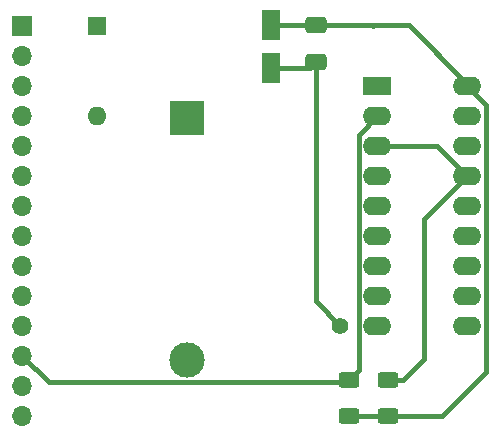
<source format=gbr>
%TF.GenerationSoftware,KiCad,Pcbnew,7.0.1*%
%TF.CreationDate,2023-12-31T16:00:12+01:00*%
%TF.ProjectId,ami_rtc,616d695f-7274-4632-9e6b-696361645f70,rev?*%
%TF.SameCoordinates,PX5125ed0PY5544200*%
%TF.FileFunction,Copper,L1,Top*%
%TF.FilePolarity,Positive*%
%FSLAX46Y46*%
G04 Gerber Fmt 4.6, Leading zero omitted, Abs format (unit mm)*
G04 Created by KiCad (PCBNEW 7.0.1) date 2023-12-31 16:00:12*
%MOMM*%
%LPD*%
G01*
G04 APERTURE LIST*
G04 Aperture macros list*
%AMRoundRect*
0 Rectangle with rounded corners*
0 $1 Rounding radius*
0 $2 $3 $4 $5 $6 $7 $8 $9 X,Y pos of 4 corners*
0 Add a 4 corners polygon primitive as box body*
4,1,4,$2,$3,$4,$5,$6,$7,$8,$9,$2,$3,0*
0 Add four circle primitives for the rounded corners*
1,1,$1+$1,$2,$3*
1,1,$1+$1,$4,$5*
1,1,$1+$1,$6,$7*
1,1,$1+$1,$8,$9*
0 Add four rect primitives between the rounded corners*
20,1,$1+$1,$2,$3,$4,$5,0*
20,1,$1+$1,$4,$5,$6,$7,0*
20,1,$1+$1,$6,$7,$8,$9,0*
20,1,$1+$1,$8,$9,$2,$3,0*%
G04 Aperture macros list end*
%TA.AperFunction,ComponentPad*%
%ADD10C,3.000000*%
%TD*%
%TA.AperFunction,ComponentPad*%
%ADD11R,3.000000X3.000000*%
%TD*%
%TA.AperFunction,ComponentPad*%
%ADD12R,2.400000X1.600000*%
%TD*%
%TA.AperFunction,ComponentPad*%
%ADD13O,2.400000X1.600000*%
%TD*%
%TA.AperFunction,SMDPad,CuDef*%
%ADD14RoundRect,0.250000X0.625000X-0.400000X0.625000X0.400000X-0.625000X0.400000X-0.625000X-0.400000X0*%
%TD*%
%TA.AperFunction,ComponentPad*%
%ADD15O,1.700000X1.700000*%
%TD*%
%TA.AperFunction,ComponentPad*%
%ADD16R,1.700000X1.700000*%
%TD*%
%TA.AperFunction,ComponentPad*%
%ADD17R,1.600000X1.600000*%
%TD*%
%TA.AperFunction,ComponentPad*%
%ADD18O,1.600000X1.600000*%
%TD*%
%TA.AperFunction,SMDPad,CuDef*%
%ADD19RoundRect,0.250000X-0.550000X1.050000X-0.550000X-1.050000X0.550000X-1.050000X0.550000X1.050000X0*%
%TD*%
%TA.AperFunction,SMDPad,CuDef*%
%ADD20RoundRect,0.250000X-0.650000X0.412500X-0.650000X-0.412500X0.650000X-0.412500X0.650000X0.412500X0*%
%TD*%
%TA.AperFunction,ViaPad*%
%ADD21C,1.400000*%
%TD*%
%TA.AperFunction,Conductor*%
%ADD22C,0.400000*%
%TD*%
G04 APERTURE END LIST*
D10*
%TO.P,BT1,2,-*%
%TO.N,GND*%
X16764001Y8524000D03*
D11*
%TO.P,BT1,1,+*%
%TO.N,Net-(BT1-+)*%
X16764001Y29014000D03*
%TD*%
D12*
%TO.P,U1,1,STD.P*%
%TO.N,unconnected-(U1-STD.P-Pad1)*%
X32890500Y31740000D03*
D13*
%TO.P,U1,2,CS0*%
%TO.N,_XCLKCS*%
X32890500Y29200000D03*
%TO.P,U1,3,ALE*%
%TO.N,Net-(U1-ALE)*%
X32890500Y26660000D03*
%TO.P,U1,4,A0*%
%TO.N,XA2*%
X32890500Y24120000D03*
%TO.P,U1,5,A1*%
%TO.N,XA3*%
X32890500Y21580000D03*
%TO.P,U1,6,A2*%
%TO.N,XA4*%
X32890500Y19040000D03*
%TO.P,U1,7,A3*%
%TO.N,XA5*%
X32890500Y16500000D03*
%TO.P,U1,8,_RD*%
%TO.N,_XCLKRD*%
X32890500Y13960000D03*
%TO.P,U1,9,GND*%
%TO.N,GND*%
X32890500Y11420000D03*
%TO.P,U1,10,_WR*%
%TO.N,_XCLKWR*%
X40510500Y11420000D03*
%TO.P,U1,11,D3*%
%TO.N,XD3*%
X40510500Y13960000D03*
%TO.P,U1,12,D2*%
%TO.N,XD2*%
X40510500Y16500000D03*
%TO.P,U1,13,D1*%
%TO.N,XD1*%
X40510500Y19040000D03*
%TO.P,U1,14,D0*%
%TO.N,XD0*%
X40510500Y21580000D03*
%TO.P,U1,15,CS1*%
%TO.N,Net-(U1-ALE)*%
X40510500Y24120000D03*
%TO.P,U1,16,(Vdd)*%
%TO.N,unconnected-(U1-(Vdd)-Pad16)*%
X40510500Y26660000D03*
%TO.P,U1,17,(Vdd)*%
%TO.N,unconnected-(U1-(Vdd)-Pad17)*%
X40510500Y29200000D03*
%TO.P,U1,18,Vdd*%
%TO.N,+5V*%
X40510500Y31740000D03*
%TD*%
D14*
%TO.P,R2,2*%
%TO.N,Net-(U1-ALE)*%
X33770000Y6858000D03*
%TO.P,R2,1*%
%TO.N,+5V*%
X33770000Y3758000D03*
%TD*%
%TO.P,R1,2*%
%TO.N,_XCLKCS*%
X30480000Y6858000D03*
%TO.P,R1,1*%
%TO.N,+5V*%
X30480000Y3758000D03*
%TD*%
D15*
%TO.P,J1,14,Pin_14*%
%TO.N,GND*%
X2794000Y3810000D03*
%TO.P,J1,13,Pin_13*%
%TO.N,unconnected-(J1-Pin_13-Pad13)*%
X2794000Y6350000D03*
%TO.P,J1,12,Pin_12*%
%TO.N,_XCLKCS*%
X2794000Y8890000D03*
%TO.P,J1,11,Pin_11*%
%TO.N,_XCLKWR*%
X2794000Y11430000D03*
%TO.P,J1,10,Pin_10*%
%TO.N,_XCLKRD*%
X2794000Y13970000D03*
%TO.P,J1,9,Pin_9*%
%TO.N,XA5*%
X2794000Y16510000D03*
%TO.P,J1,8,Pin_8*%
%TO.N,XA4*%
X2794000Y19050000D03*
%TO.P,J1,7,Pin_7*%
%TO.N,XA3*%
X2794000Y21590000D03*
%TO.P,J1,6,Pin_6*%
%TO.N,XA2*%
X2794000Y24130000D03*
%TO.P,J1,5,Pin_5*%
%TO.N,XD3*%
X2794000Y26670000D03*
%TO.P,J1,4,Pin_4*%
%TO.N,XD2*%
X2794000Y29210000D03*
%TO.P,J1,3,Pin_3*%
%TO.N,XD1*%
X2794000Y31750000D03*
%TO.P,J1,2,Pin_2*%
%TO.N,XD0*%
X2794000Y34290000D03*
D16*
%TO.P,J1,1,Pin_1*%
%TO.N,+5V*%
X2794000Y36830000D03*
%TD*%
D17*
%TO.P,D1,1,K*%
%TO.N,+5V*%
X9144000Y36830000D03*
D18*
%TO.P,D1,2,A*%
%TO.N,Net-(BT1-+)*%
X9144000Y29210000D03*
%TD*%
D19*
%TO.P,C2,1*%
%TO.N,+5V*%
X23876000Y36852000D03*
%TO.P,C2,2*%
%TO.N,GND*%
X23876000Y33252000D03*
%TD*%
D20*
%TO.P,C1,1*%
%TO.N,+5V*%
X27664000Y36868500D03*
%TO.P,C1,2*%
%TO.N,GND*%
X27664000Y33743500D03*
%TD*%
D21*
%TO.N,GND*%
X29718000Y11420000D03*
%TD*%
D22*
%TO.N,GND*%
X27664000Y13474000D02*
X29718000Y11420000D01*
X27664000Y33743500D02*
X27664000Y13474000D01*
X23876000Y33252000D02*
X27172500Y33252000D01*
X27172500Y33252000D02*
X27664000Y33743500D01*
%TO.N,+5V*%
X23892500Y36868500D02*
X23876000Y36852000D01*
X26454500Y36868500D02*
X23892500Y36868500D01*
X35521500Y36868500D02*
X40510500Y31879500D01*
X40510500Y31879500D02*
X40510500Y31740000D01*
X32473500Y36868500D02*
X35521500Y36868500D01*
X38342000Y3758000D02*
X42110500Y7526500D01*
X33770000Y3758000D02*
X38342000Y3758000D01*
%TO.N,Net-(U1-ALE)*%
X36830000Y20439500D02*
X40510500Y24120000D01*
X36830000Y8636000D02*
X36830000Y20439500D01*
X35052000Y6858000D02*
X36830000Y8636000D01*
X33770000Y6858000D02*
X35052000Y6858000D01*
%TO.N,_XCLKCS*%
X30246000Y6624000D02*
X5060000Y6624000D01*
X30480000Y6858000D02*
X30246000Y6624000D01*
X31290500Y7668500D02*
X30480000Y6858000D01*
X31290500Y27600000D02*
X31290500Y7668500D01*
X32890500Y29200000D02*
X31290500Y27600000D01*
%TO.N,+5V*%
X42110500Y7526500D02*
X42110500Y30140000D01*
X42110500Y30140000D02*
X40510500Y31740000D01*
%TO.N,_XCLKCS*%
X30480000Y6858000D02*
X30275444Y6858000D01*
%TO.N,Net-(U1-ALE)*%
X37970500Y26660000D02*
X40510500Y24120000D01*
X32890500Y26660000D02*
X37970500Y26660000D01*
%TO.N,_XCLKCS*%
X5060000Y6624000D02*
X2794000Y8890000D01*
X30480000Y6858000D02*
X29992000Y6370000D01*
%TO.N,+5V*%
X33770000Y3758000D02*
X30480000Y3758000D01*
X32473500Y36868500D02*
X32512000Y36830000D01*
X30226000Y36868500D02*
X32473500Y36868500D01*
X26454500Y36868500D02*
X26438000Y36852000D01*
X30226000Y36868500D02*
X26454500Y36868500D01*
%TD*%
M02*

</source>
